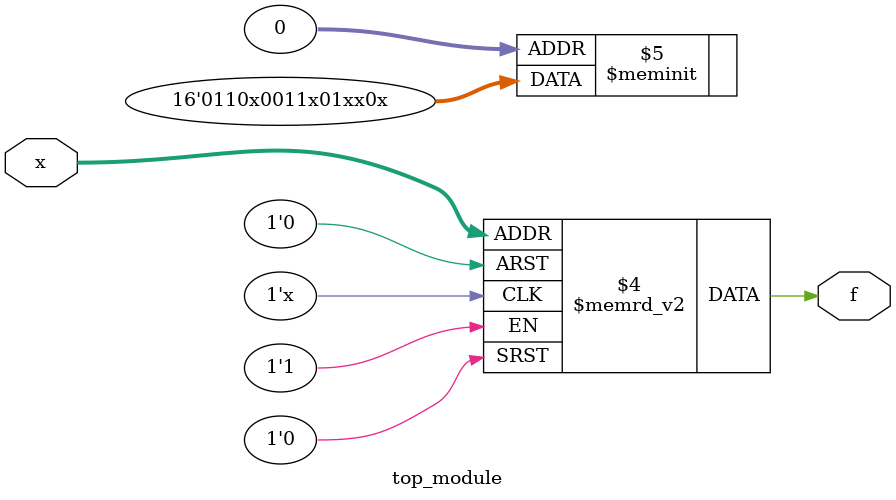
<source format=sv>
module top_module (
    input [4:1] x,
    output logic f
);

always_comb begin
    case ({x[4], x[3], x[2], x[1]})
        4'b0001: f = 0;
        4'b0100: f = 1;
        4'b0101: f = 0;
        4'b0111: f = 1;
        4'b1000: f = 1;
        4'b1001: f = 0;
        4'b1010: f = 0;
        4'b1100: f = 0;
        4'b1101: f = 1;
        4'b1110: f = 1;
        4'b1111: f = 0;
        default: f = 1'bx; // Don't care condition
    endcase
end

endmodule

</source>
